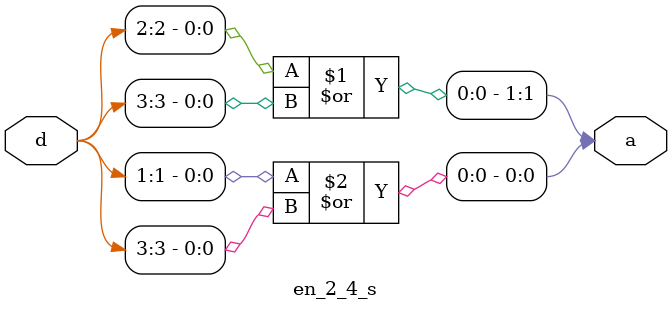
<source format=v>
module en_2_4_s(output [1:0] a,input [3:0] d);
    or g1(a[1],d[2],d[3]);
    or g2(a[0],d[1],d[3]);
endmodule
</source>
